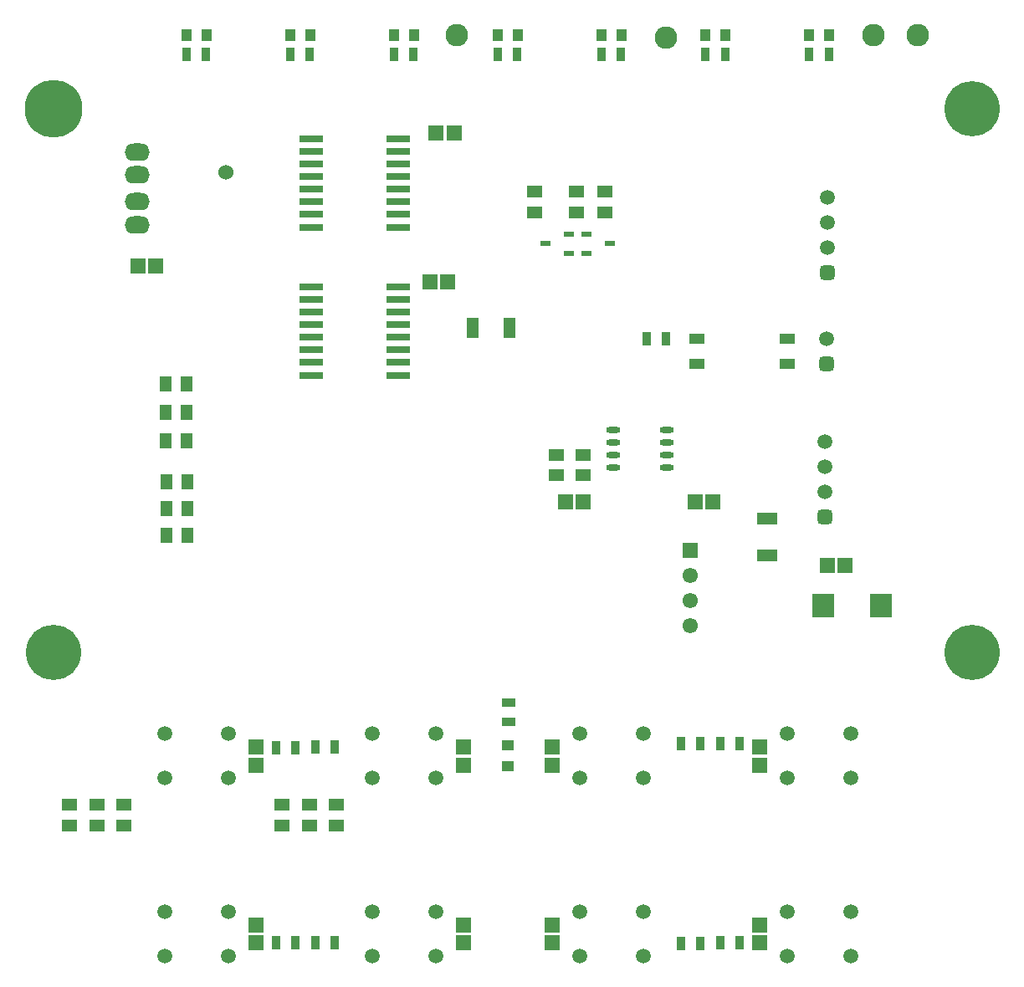
<source format=gbr>
%TF.GenerationSoftware,Altium Limited,Altium Designer,21.6.4 (81)*%
G04 Layer_Color=255*
%FSLAX43Y43*%
%MOMM*%
%TF.SameCoordinates,6460C9BA-4ACB-47D4-91E6-0B69D92CFE26*%
%TF.FilePolarity,Positive*%
%TF.FileFunction,Pads,Top*%
%TF.Part,Single*%
G01*
G75*
%TA.AperFunction,SMDPad,CuDef*%
%ADD10R,1.200X1.100*%
%ADD11R,1.508X1.207*%
%ADD12R,1.250X2.000*%
%ADD13R,2.000X1.250*%
%ADD14R,0.950X1.450*%
%ADD15R,1.600X1.000*%
%ADD16R,1.000X0.600*%
%ADD17R,1.207X1.508*%
%ADD18O,1.450X0.600*%
%ADD19R,1.556X1.505*%
%ADD20R,1.505X1.556*%
%ADD21R,1.450X0.950*%
%ADD22R,2.200X2.350*%
%ADD23R,2.400X0.800*%
%ADD24R,2.400X0.700*%
%ADD25R,1.100X1.200*%
%TA.AperFunction,ComponentPad*%
%ADD31C,2.286*%
%ADD32O,2.540X1.778*%
%ADD33C,5.588*%
%ADD34C,5.842*%
%ADD35C,1.524*%
G04:AMPARAMS|DCode=36|XSize=1.5mm|YSize=1.5mm|CornerRadius=0.375mm|HoleSize=0mm|Usage=FLASHONLY|Rotation=90.000|XOffset=0mm|YOffset=0mm|HoleType=Round|Shape=RoundedRectangle|*
%AMROUNDEDRECTD36*
21,1,1.500,0.750,0,0,90.0*
21,1,0.750,1.500,0,0,90.0*
1,1,0.750,0.375,0.375*
1,1,0.750,0.375,-0.375*
1,1,0.750,-0.375,-0.375*
1,1,0.750,-0.375,0.375*
%
%ADD36ROUNDEDRECTD36*%
%ADD37C,1.500*%
%ADD38C,1.550*%
%ADD39R,1.550X1.550*%
D10*
X50500Y23050D02*
D03*
Y20950D02*
D03*
D11*
X57425Y76999D02*
D03*
Y79101D02*
D03*
X58125Y50399D02*
D03*
Y52501D02*
D03*
X55375Y50399D02*
D03*
Y52501D02*
D03*
X53250Y77049D02*
D03*
Y79151D02*
D03*
X60300Y79101D02*
D03*
Y76999D02*
D03*
X11625Y17051D02*
D03*
Y14949D02*
D03*
X6175Y17051D02*
D03*
Y14949D02*
D03*
X8900Y17051D02*
D03*
Y14949D02*
D03*
X30400Y17051D02*
D03*
Y14949D02*
D03*
X33125Y17051D02*
D03*
Y14949D02*
D03*
X27650Y17051D02*
D03*
Y14949D02*
D03*
D12*
X50700Y65375D02*
D03*
X46950D02*
D03*
D13*
X76725Y46025D02*
D03*
Y42275D02*
D03*
D14*
X66475Y64250D02*
D03*
X64525D02*
D03*
X32975Y22900D02*
D03*
X31025D02*
D03*
X27025Y22875D02*
D03*
X28975D02*
D03*
X27025Y3150D02*
D03*
X28975D02*
D03*
X32975Y3100D02*
D03*
X31025D02*
D03*
X73975Y23300D02*
D03*
X72025D02*
D03*
X68025Y23250D02*
D03*
X69975D02*
D03*
X73975Y3100D02*
D03*
X72025D02*
D03*
X68025Y3050D02*
D03*
X69975D02*
D03*
X39025Y93000D02*
D03*
X40975D02*
D03*
X81025D02*
D03*
X82975D02*
D03*
X70525D02*
D03*
X72475D02*
D03*
X60025D02*
D03*
X61975D02*
D03*
X18025D02*
D03*
X19975D02*
D03*
X28525D02*
D03*
X30475D02*
D03*
X49525D02*
D03*
X51475D02*
D03*
D15*
X69650Y64265D02*
D03*
X78800Y61725D02*
D03*
X69650D02*
D03*
X78800Y64265D02*
D03*
D16*
X58450Y74800D02*
D03*
Y72900D02*
D03*
X60850Y73850D02*
D03*
X54275D02*
D03*
X56675Y74800D02*
D03*
Y72900D02*
D03*
D17*
X18101Y44300D02*
D03*
X15999D02*
D03*
X18100Y47025D02*
D03*
X15998D02*
D03*
X18076Y49725D02*
D03*
X15974D02*
D03*
X15899Y59625D02*
D03*
X18001D02*
D03*
X15849Y53925D02*
D03*
X17951D02*
D03*
X15849Y56775D02*
D03*
X17951D02*
D03*
D18*
X66600Y51230D02*
D03*
Y52500D02*
D03*
Y53770D02*
D03*
Y55040D02*
D03*
X61150Y51230D02*
D03*
Y52500D02*
D03*
Y53770D02*
D03*
Y55040D02*
D03*
D19*
X46000Y21099D02*
D03*
Y22901D02*
D03*
X25000Y4901D02*
D03*
Y3099D02*
D03*
Y21099D02*
D03*
Y22901D02*
D03*
X55000Y21099D02*
D03*
Y22901D02*
D03*
X46000Y4901D02*
D03*
Y3099D02*
D03*
X55000Y4901D02*
D03*
Y3099D02*
D03*
X76000Y21099D02*
D03*
Y22901D02*
D03*
X76000Y4901D02*
D03*
Y3099D02*
D03*
D20*
X56323Y47725D02*
D03*
X58125D02*
D03*
X71251D02*
D03*
X69449D02*
D03*
X84625Y41325D02*
D03*
X82823D02*
D03*
X13049Y71600D02*
D03*
X14851D02*
D03*
X45051Y85050D02*
D03*
X43249D02*
D03*
X44426Y70025D02*
D03*
X42624D02*
D03*
D21*
X50600Y25425D02*
D03*
Y27375D02*
D03*
D22*
X88300Y37200D02*
D03*
X82450D02*
D03*
D23*
X30600Y84495D02*
D03*
Y75505D02*
D03*
X39400D02*
D03*
Y84495D02*
D03*
X30600Y69495D02*
D03*
Y60505D02*
D03*
X39400D02*
D03*
Y69495D02*
D03*
D24*
X30600Y83175D02*
D03*
Y81905D02*
D03*
Y80635D02*
D03*
Y79365D02*
D03*
Y78095D02*
D03*
Y76825D02*
D03*
X39400D02*
D03*
Y78095D02*
D03*
Y79365D02*
D03*
Y80635D02*
D03*
Y81905D02*
D03*
Y83175D02*
D03*
X30600Y68175D02*
D03*
Y66905D02*
D03*
Y65635D02*
D03*
Y64365D02*
D03*
Y63095D02*
D03*
Y61825D02*
D03*
X39400D02*
D03*
Y63095D02*
D03*
Y64365D02*
D03*
Y65635D02*
D03*
Y66905D02*
D03*
Y68175D02*
D03*
D25*
X38950Y95000D02*
D03*
X41050D02*
D03*
X17950D02*
D03*
X20050D02*
D03*
X80950D02*
D03*
X83050D02*
D03*
X49450D02*
D03*
X51550D02*
D03*
X59950D02*
D03*
X62050D02*
D03*
X28450D02*
D03*
X30550D02*
D03*
X70450D02*
D03*
X72550D02*
D03*
D31*
X66525Y94750D02*
D03*
X92000Y95000D02*
D03*
X87500D02*
D03*
X45375D02*
D03*
D32*
X13027Y80828D02*
D03*
Y75748D02*
D03*
Y83114D02*
D03*
Y78161D02*
D03*
D33*
X97500Y87500D02*
D03*
X4500Y32500D02*
D03*
X97500D02*
D03*
D34*
X4500Y87500D02*
D03*
D35*
X22000Y81082D02*
D03*
D36*
X82775Y61705D02*
D03*
X82550Y46190D02*
D03*
X82875Y70965D02*
D03*
D37*
X82775Y64245D02*
D03*
X82550Y48730D02*
D03*
Y51270D02*
D03*
Y53810D02*
D03*
X82875Y73505D02*
D03*
Y76045D02*
D03*
Y78585D02*
D03*
X15750Y6250D02*
D03*
Y1750D02*
D03*
X22250Y6250D02*
D03*
Y1750D02*
D03*
X85250D02*
D03*
Y6250D02*
D03*
X78750Y1750D02*
D03*
Y6250D02*
D03*
X43250Y1750D02*
D03*
Y6250D02*
D03*
X36750Y1750D02*
D03*
Y6250D02*
D03*
X64250Y1750D02*
D03*
Y6250D02*
D03*
X57750Y1750D02*
D03*
Y6250D02*
D03*
X78750Y24250D02*
D03*
Y19750D02*
D03*
X85250Y24250D02*
D03*
Y19750D02*
D03*
X57750Y24250D02*
D03*
Y19750D02*
D03*
X64250Y24250D02*
D03*
Y19750D02*
D03*
X36750Y24250D02*
D03*
Y19750D02*
D03*
X43250Y24250D02*
D03*
Y19750D02*
D03*
X15750Y24250D02*
D03*
Y19750D02*
D03*
X22250Y24250D02*
D03*
Y19750D02*
D03*
D38*
X69000Y35230D02*
D03*
Y37770D02*
D03*
Y40310D02*
D03*
D39*
Y42850D02*
D03*
%TF.MD5,99c814eac287b308aa4d64b9655aebe2*%
M02*

</source>
